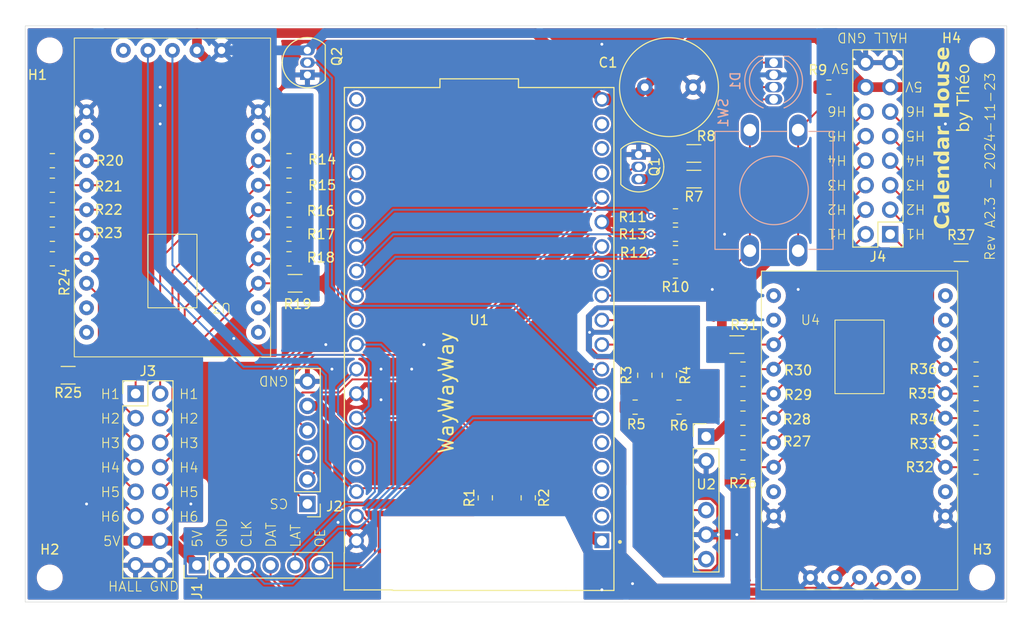
<source format=kicad_pcb>
(kicad_pcb (version 20240108) (generator "pcbnew") (generator_version "8.0")
  (title_block (title "Calendar House") (date "2024-11-23") (rev "A2.3") (company "Tehoor Marjan"))
  (layers (0 "F.Cu" signal) (31 "B.Cu" signal) (34 "B.Paste" user) (35 "F.Paste" user) (36 "B.SilkS" user "B.Silkscreen") (37 "F.SilkS" user "F.Silkscreen") (38 "B.Mask" user) (39 "F.Mask" user) (44 "Edge.Cuts" user))
  (net 0 "")
  (net 1 "GND")
  (net 2 "+5V")
  (net 3 "/S LED G")
  (net 4 "/S LED B")
  (net 5 "/S LED R")
  (net 6 "VSPI SCLK")
  (net 7 "VSPI MOSI")
  (net 8 "LED EN")
  (net 9 "VSPI CS")
  (net 10 "HSPI CLK")
  (net 11 "HSPI CS")
  (net 12 "HSPI MOSI")
  (net 13 "HSPI MISO")
  (net 14 "+3.3V")
  (net 15 "Net-(J3-Pin_12)")
  (net 16 "Net-(J3-Pin_8)")
  (net 17 "Net-(J3-Pin_11)")
  (net 18 "HALL GND")
  (net 19 "Net-(J3-Pin_7)")
  (net 20 "Net-(J3-Pin_6)")
  (net 21 "Net-(J3-Pin_10)")
  (net 22 "Net-(J3-Pin_1)")
  (net 23 "Net-(J3-Pin_3)")
  (net 24 "Net-(J3-Pin_9)")
  (net 25 "Net-(J3-Pin_4)")
  (net 26 "Net-(J3-Pin_2)")
  (net 27 "Net-(J3-Pin_5)")
  (net 28 "Net-(J4-Pin_6)")
  (net 29 "Net-(J4-Pin_8)")
  (net 30 "Net-(J4-Pin_12)")
  (net 31 "Net-(J4-Pin_5)")
  (net 32 "Net-(J4-Pin_4)")
  (net 33 "Net-(J4-Pin_2)")
  (net 34 "Net-(J4-Pin_1)")
  (net 35 "Net-(J4-Pin_11)")
  (net 36 "Net-(J4-Pin_9)")
  (net 37 "Net-(J4-Pin_7)")
  (net 38 "Net-(J4-Pin_10)")
  (net 39 "Net-(J4-Pin_3)")
  (net 40 "PWR KEEPAL")
  (net 41 "/LD KAL")
  (net 42 "HALL EN")
  (net 43 "I2C SCL")
  (net 44 "I2C SDA")
  (net 45 "/DAC R IN")
  (net 46 "DAC R")
  (net 47 "DAC L")
  (net 48 "/DAC L IN")
  (net 49 "BTN IN")
  (net 50 "LED R")
  (net 51 "LED G")
  (net 52 "LED B")
  (net 82 "/S BTN")
  (footprint "Resistor_SMD:R_0805_2012Metric_Pad1.20x1.40mm_HandSolder" (layer "F.Cu") (at 77.305 74.13)
    (property "Reference" "R18")
    (property "Value" "10K")
  )
  (footprint "Resistor_SMD:R_0805_2012Metric_Pad1.20x1.40mm_HandSolder" (layer "F.Cu") (at 52.81 63.97 180)
    (property "Reference" "R20")
    (property "Value" "10K")
  )
  (footprint "Resistor_SMD:R_0805_2012Metric_Pad1.20x1.40mm_HandSolder" (layer "F.Cu") (at 52.81 66.51 180)
    (property "Reference" "R21")
    (property "Value" "10K")
  )
  (footprint "Resistor_SMD:R_0805_2012Metric_Pad1.20x1.40mm_HandSolder" (layer "F.Cu") (at 116.675 86.195 -90)
    (property "Reference" "R4")
    (property "Value" "22K")
  )
  (footprint "MountingHole:MountingHole_2.2mm_M2_DIN965" (layer "F.Cu") (at 52.54 52.54)
    (property "Reference" "H1")
    (property "Value" "MountingHole")
  )
  (footprint "Connector_PinHeader_2.54mm:PinHeader_1x06_P2.54mm_Vertical" (layer "F.Cu") (at 79.21 99.53 180)
    (property "Reference" "J2")
    (property "Value" "Conn_1x6_SD_CARD")
  )
  (footprint "Resistor_SMD:R_0805_2012Metric_Pad1.20x1.40mm_HandSolder" (layer "F.Cu") (at 117.31 71.59)
    (property "Reference" "R13")
    (property "Value" "68")
  )
  (footprint "Resistor_SMD:R_0805_2012Metric_Pad1.20x1.40mm_HandSolder" (layer "F.Cu") (at 117.31 73.495)
    (property "Reference" "R12")
    (property "Value" "220")
  )
  (footprint "Resistor_SMD:R_0805_2012Metric_Pad1.20x1.40mm_HandSolder" (layer "F.Cu") (at 124.295 88.1 180)
    (property "Reference" "R29")
    (property "Value" "10K")
  )
  (footprint "Resistor_SMD:R_0805_2012Metric_Pad1.20x1.40mm_HandSolder" (layer "F.Cu") (at 124.295 85.56 180)
    (property "Reference" "R30")
    (property "Value" "10K")
  )
  (footprint "Connector_PinHeader_2.54mm:PinHeader_1x06_P2.54mm_Vertical" (layer "F.Cu") (at 67.78 105.88 90)
    (property "Reference" "J1")
    (property "Value" "Conn_1x6_LED_MOD")
  )
  (footprint "Resistor_SMD:R_0805_2012Metric_Pad1.20x1.40mm_HandSolder" (layer "F.Cu") (at 148.425 93.18)
    (property "Reference" "R33")
    (property "Value" "10K")
  )
  (footprint "MountingHole:MountingHole_2.2mm_M2_DIN965" (layer "F.Cu") (at 149.06 52.54)
    (property "Reference" "H4")
    (property "Value" "MountingHole")
  )
  (footprint "Resistor_SMD:R_0805_2012Metric_Pad1.20x1.40mm_HandSolder" (layer "F.Cu") (at 148.425 90.64)
    (property "Reference" "R34")
    (property "Value" "10K")
  )
  (footprint "Resistor_SMD:R_1206_3216Metric_Pad1.30x1.75mm_HandSolder" (layer "F.Cu") (at 77.94 76.67)
    (property "Reference" "R19")
    (property "Value" "10K")
  )
  (footprint "Resistor_SMD:R_0805_2012Metric_Pad1.20x1.40mm_HandSolder" (layer "F.Cu") (at 124.295 90.64 180)
    (property "Reference" "R28")
    (property "Value" "10K")
  )
  (footprint "Connector_PinHeader_2.54mm:PinHeader_2x08_P2.54mm_Vertical" (layer "F.Cu") (at 139.535 71.59 180)
    (property "Reference" "J4")
    (property "Value" "Conn_02x08_Odd_Even")
  )
  (footprint "Resistor_SMD:R_1206_3216Metric_Pad1.30x1.75mm_HandSolder" (layer "F.Cu") (at 123.66 83.02 180)
    (property "Reference" "R31")
    (property "Value" "10K")
  )
  (footprint "Capacitor_THT:C_Radial_D10.0mm_H12.5mm_P5.00mm" (layer "F.Cu") (at 114.135 56.35)
    (property "Reference" "C1")
    (property "Value" "1m")
  )
  (footprint "Resistor_SMD:R_0805_2012Metric_Pad1.20x1.40mm_HandSolder" (layer "F.Cu") (at 77.305 71.59)
    (property "Reference" "R17")
    (property "Value" "10K")
  )
  (footprint "Resistor_SMD:R_1206_3216Metric_Pad1.30x1.75mm_HandSolder" (layer "F.Cu") (at 146.875 73.495)
    (property "Reference" "R37")
    (property "Value" "10K")
  )
  (footprint "Resistor_SMD:R_0805_2012Metric_Pad1.20x1.40mm_HandSolder" (layer "F.Cu") (at 52.81 69.05 180)
    (property "Reference" "R22")
    (property "Value" "10K")
  )
  (footprint "Resistor_SMD:R_1206_3216Metric_Pad1.30x1.75mm_HandSolder" (layer "F.Cu") (at 119.215 63.22 180)
    (property "Reference" "R8")
    (property "Value" "100")
  )
  (footprint "Resistor_SMD:R_0805_2012Metric_Pad1.20x1.40mm_HandSolder" (layer "F.Cu") (at 124.295 93.18 180)
    (property "Reference" "R27")
    (property "Value" "10K")
  )
  (footprint "Resistor_SMD:R_0805_2012Metric_Pad1.20x1.40mm_HandSolder" (layer "F.Cu") (at 124.295 95.72 180)
    (property "Reference" "R26")
    (property "Value" "10K")
  )
  (footprint "Resistor_SMD:R_1206_3216Metric_Pad1.30x1.75mm_HandSolder" (layer "F.Cu") (at 119.215 65.875 180)
    (property "Reference" "R7")
    (property "Value" "100")
  )
  (footprint "Resistor_SMD:R_0805_2012Metric_Pad1.20x1.40mm_HandSolder" (layer "F.Cu") (at 117.675 89.497)
    (property "Reference" "R6")
    (property "Value" "4.7K")
  )
  (footprint "Resistor_SMD:R_0805_2012Metric_Pad1.20x1.40mm_HandSolder" (layer "F.Cu") (at 148.425 85.56)
    (property "Reference" "R36")
    (property "Value" "10K")
  )
  (footprint "Package_TO_SOT_THT:TO-92_Inline" (layer "F.Cu") (at 79.21 55.08 90)
    (property "Reference" "Q2")
    (property "Value" "2N7000")
  )
  (footprint "Kicad:MODULE_DEVKIT_V1_ESP32-WROOM-32" (layer "F.Cu") (at 96.99 80.49 180)
    (property "Reference" "U1")
    (property "Value" "DEVKIT_V1_ESP32-WROOM-32")
  )
  (footprint "Connector_PinHeader_2.54mm:PinHeader_2x08_P2.54mm_Vertical" (layer "F.Cu") (at 61.43 88.1)
    (property "Reference" "J3")
    (property "Value" "Conn_02x08_Odd_Even")
  )
  (footprint "Resistor_SMD:R_0805_2012Metric_Pad1.20x1.40mm_HandSolder" (layer "F.Cu") (at 97.625 98.895 90)
    (property "Reference" "R1")
    (property "Value" "2.2k")
  )
  (footprint "Resistor_SMD:R_0805_2012Metric_Pad1.20x1.40mm_HandSolder" (layer "F.Cu") (at 117.31 69.685)
    (property "Reference" "R11")
    (property "Value" "100")
  )
  (footprint "Resistor_SMD:R_1206_3216Metric_Pad1.30x1.75mm_HandSolder" (layer "F.Cu") (at 54.445 86.195 180)
    (property "Reference" "R25")
    (property "Value" "10K")
  )
  (footprint "Kicad:Mini PAM8403 Module OnlyInput" (layer "F.Cu") (at 120.485 92.545)
    (property "Reference" "U2")
    (property "Value" "AZPAM8403")
  )
  (footprint "Resistor_SMD:R_0805_2012Metric_Pad1.20x1.40mm_HandSolder" (layer "F.Cu") (at 52.81 71.59 180)
    (property "Reference" "R23")
    (property "Value" "10K")
  )
  (footprint "Resistor_SMD:R_0805_2012Metric_Pad1.20x1.40mm_HandSolder" (layer "F.Cu") (at 52.81 74.13 180)
    (property "Reference" "R24")
    (property "Value" "10K")
  )
  (footprint "MountingHole:MountingHole_2.2mm_M2_DIN965" (layer "F.Cu") (at 52.54 107.15)
    (property "Reference" "H2")
    (property "Value" "MountingHole")
  )
  (footprint "Resistor_SMD:R_0805_2012Metric_Pad1.20x1.40mm_HandSolder" (layer "F.Cu") (at 133.185 56.35 180)
    (property "Reference" "R9")
    (property "Value" "1K")
  )
  (footprint "Package_TO_SOT_THT:TO-92_Inline" (layer "F.Cu") (at 113.5 63.335 -90)
    (property "Reference" "Q1")
    (property "Value" "2N7000")
  )
  (footprint "Resistor_SMD:R_0805_2012Metric_Pad1.20x1.40mm_HandSolder" (layer "F.Cu") (at 117.31 75.4 180)
    (property "Reference" "R10")
    (property "Value" "1.5K")
  )
  (footprint "Resistor_SMD:R_0805_2012Metric_Pad1.20x1.40mm_HandSolder" (layer "F.Cu") (at 77.305 63.97)
    (property "Reference" "R14")
    (property "Value" "10K")
  )
  (footprint "Resistor_SMD:R_0805_2012Metric_Pad1.20x1.40mm_HandSolder" (layer "F.Cu") (at 148.425 88.1)
    (property "Reference" "R35")
    (property "Value" "10K")
  )
  (footprint "Resistor_SMD:R_0805_2012Metric_Pad1.20x1.40mm_HandSolder" (layer "F.Cu") (at 113.135 89.497 180)
    (property "Reference" "R5")
    (property "Value" "4.7K")
  )
  (footprint "Kicad:16-bit IO Expander" (layer "F.Cu") (at 124.93 75.4)
    (property "Reference" "U4")
    (property "Value" "ZKEESHOP_PCF8575_MOD")
  )
  (footprint "MountingHole:MountingHole_2.2mm_M2_DIN965" (layer "F.Cu") (at 149.06 107.15)
    (property "Reference" "H3")
    (property "Value" "MountingHole")
  )
  (footprint "Resistor_SMD:R_0805_2012Metric_Pad1.20x1.40mm_HandSolder" (layer "F.Cu") (at 77.305 66.51)
    (property "Reference" "R15")
    (property "Value" "10K")
  )
  (footprint "Resistor_SMD:R_0805_2012Metric_Pad1.20x1.40mm_HandSolder" (layer "F.Cu") (at 148.425 95.72)
    (property "Reference" "R32")
    (property "Value" "10K")
  )
  (footprint "Kicad:16-bit IO Expander" (layer "F.Cu") (at 76.67 84.29 180)
    (property "Reference" "U3")
    (property "Value" "ZKEESHOP_PCF8575_MOD")
  )
  (footprint "Resistor_SMD:R_0805_2012Metric_Pad1.20x1.40mm_HandSolder" (layer "F.Cu") (at 77.305 69.08)
    (property "Reference" "R16")
    (property "Value" "10K")
  )
  (footprint "Resistor_SMD:R_0805_2012Metric_Pad1.20x1.40mm_HandSolder" (layer "F.Cu") (at 114.135 86.195 -90)
    (property "Reference" "R3")
    (property "Value" "22K")
  )
  (footprint "Resistor_SMD:R_0805_2012Metric_Pad1.20x1.40mm_HandSolder" (layer "F.Cu") (at 102.07 98.895 90)
    (property "Reference" "R2")
    (property "Value" "2.2k")
  )
  (footprint "Button_Switch_THT:SW_PUSH-12mm" (layer "B.Cu") (at 125.01 60.795 -90)
    (property "Reference" "SW1")
    (property "Value" "SW_Push")
  )
  (footprint "LED_THT:LED_D5.0mm-4_RGB" (layer "B.Cu") (at 127.47 53.81 -90)
    (property "Reference" "D1")
    (property "Value" "LED_RKBG")
  )
  (gr_rect (start 50 50) (end 151.6 109.69) (stroke (width 0.0508)) (fill none) (layer "Edge.Cuts"))
  (gr_text "5V" (at 135.344 53.81 180) (layer "F.SilkS") (effects (font (size 1 1) (thickness 0.1)) (justify left bottom)))
  (gr_text "H5" (at 57.747 98.895 0) (layer "F.SilkS") (effects (font (size 1 1) (thickness 0.1)) (justify left bottom)))
  (gr_text "WayWayWay" (at 94.45 94.45 90) (layer "F.SilkS") (effects (font (size 1.5 1.5) (thickness 0.1875)) (justify left bottom)))
  (gr_text "5V" (at 142.964 55.715 180) (layer "F.SilkS") (effects (font (size 1 1) (thickness 0.1)) (justify left bottom)))
  (gr_text "DAT" (at 76.035 104.102 90) (layer "F.SilkS") (effects (font (size 1 1) (thickness 0.1)) (justify left bottom)))
  (gr_text "GND\n" (at 70.955 104.102 90) (layer "F.SilkS") (effects (font (size 1 1) (thickness 0.1)) (justify left bottom)))
  (gr_text "5V" (at 58.001 103.975 0) (layer "F.SilkS") (effects (font (size 1 1) (thickness 0.1)) (justify left bottom)))
  (gr_text "Rev A2.3 - 2024-11-23" (at 150.457 74.384 90) (layer "F.SilkS") (effects (font (size 1 1) (thickness 0.1)) (justify left bottom)))
  (gr_text "H4" (at 143.218 63.335 180) (layer "F.SilkS") (effects (font (size 1 1) (thickness 0.1)) (justify left bottom)))
  (gr_text "H3" (at 135.09 65.875 180) (layer "F.SilkS") (effects (font (size 1 1) (thickness 0.1)) (justify left bottom)))
  (gr_text "H6" (at 143.218 58.255 180) (layer "F.SilkS") (effects (font (size 1 1) (thickness 0.1)) (justify left bottom)))
  (gr_text "H3" (at 65.875 93.815 0) (layer "F.SilkS") (effects (font (size 1 1) (thickness 0.1)) (justify left bottom)))
  (gr_text "Calendar House" (at 145.885 71.082 90) (layer "F.SilkS") (effects (font (size 1.524 1.524) (thickness 0.2) (bold yes)) (justify left bottom)))
  (gr_text "H1" (at 65.875 88.735 0) (layer "F.SilkS") (effects (font (size 1 1) (thickness 0.1)) (justify left bottom)))
  (gr_text "H6" (at 135.09 58.255 180) (layer "F.SilkS") (effects (font (size 1 1) (thickness 0.1)) (justify left bottom)))
  (gr_text "H2" (at 135.09 68.415 180) (layer "F.SilkS") (effects (font (size 1 1) (thickness 0.1)) (justify left bottom)))
  (gr_text "CLK" (at 73.495 104.102 90) (layer "F.SilkS") (effects (font (size 1 1) (thickness 0.1)) (justify left bottom)))
  (gr_text "H1" (at 57.747 88.735 0) (layer "F.SilkS") (effects (font (size 1 1) (thickness 0.1)) (justify left bottom)))
  (gr_text "by Théo" (at 147.917 61.049 90) (layer "F.SilkS") (effects (font (size 1.27 1.27) (thickness 0.1)) (justify left bottom)))
  (gr_text "H1" (at 143.218 70.955 180) (layer "F.SilkS") (effects (font (size 1 1) (thickness 0.1)) (justify left bottom)))
  (gr_text "5V" (at 68.415 104.102 90) (layer "F.SilkS") (effects (font (size 1 1) (thickness 0.1)) (justify left bottom)))
  (gr_text "OE" (at 81.115 104.102 90) (layer "F.SilkS") (effects (font (size 1 1) (thickness 0.1)) (justify left bottom)))
  (gr_text "H5" (at 65.875 98.895 0) (layer "F.SilkS") (effects (font (size 1 1) (thickness 0.1)) (justify left bottom)))
  (gr_text "CS" (at 77.305 98.895 180) (layer "F.SilkS") (effects (font (size 1 1) (thickness 0.1)) (justify left bottom)))
  (gr_text "H4" (at 135.09 63.335 180) (layer "F.SilkS") (effects (font (size 1 1) (thickness 0.1)) (justify left bottom)))
  (gr_text "GND" (at 77.305 86.195 180) (layer "F.SilkS") (effects (font (size 1 1) (thickness 0.1)) (justify left bottom)))
  (gr_text "HALL GND" (at 141.44 50.635 180) (layer "F.SilkS") (effects (font (size 1 1) (thickness 0.1)) (justify left bottom)))
  (gr_text "H4" (at 57.747 96.355 0) (layer "F.SilkS") (effects (font (size 1 1) (thickness 0.1)) (justify left bottom)))
  (gr_text "H5" (at 135.09 60.795 180) (layer "F.SilkS") (effects (font (size 1 1) (thickness 0.1)) (justify left bottom)))
  (gr_text "H6" (at 57.747 101.435 0) (layer "F.SilkS") (effects (font (size 1 1) (thickness 0.1)) (justify left bottom)))
  (gr_text "H2" (at 57.747 91.275 0) (layer "F.SilkS") (effects (font (size 1 1) (thickness 0.1)) (justify left bottom)))
  (gr_text "H3" (at 57.747 93.815 0) (layer "F.SilkS") (effects (font (size 1 1) (thickness 0.1)) (justify left bottom)))
  (gr_text "H6" (at 65.875 101.435 0) (layer "F.SilkS") (effects (font (size 1 1) (thickness 0.1)) (justify left bottom)))
  (gr_text "HALL GND" (at 58.509 108.674 0) (layer "F.SilkS") (effects (font (size 1 1) (thickness 0.1)) (justify left bottom)))
  (gr_text "H2" (at 65.875 91.275 0) (layer "F.SilkS") (effects (font (size 1 1) (thickness 0.1)) (justify left bottom)))
  (gr_text "H2" (at 143.218 68.415 180) (layer "F.SilkS") (effects (font (size 1 1) (thickness 0.1)) (justify left bottom)))
  (gr_text "LAT" (at 78.575 104.102 90) (layer "F.SilkS") (effects (font (size 1 1) (thickness 0.1)) (justify left bottom)))
  (gr_text "H5" (at 143.218 60.795 180) (layer "F.SilkS") (effects (font (size 1 1) (thickness 0.1)) (justify left bottom)))
  (gr_text "H1" (at 135.09 70.955 180) (layer "F.SilkS") (effects (font (size 1 1) (thickness 0.1)) (justify left bottom)))
  (gr_text "H4" (at 65.875 96.355 0) (layer "F.SilkS") (effects (font (size 1 1) (thickness 0.1)) (justify left bottom)))
  (gr_text "H3" (at 143.218 65.875 180) (layer "F.SilkS") (effects (font (size 1 1) (thickness 0.1)) (justify left bottom)))
  (segment (start 112.865 72.225) (end 110.96 70.32) (width 1) (layer "F.Cu") (net 1))
  (segment (start 115.405 83.655) (end 113.5 81.75) (width 0.5) (layer "F.Cu") (net 1))
  (segment (start 121.09 106.545) (end 121.785 105.85) (width 0.5) (layer "F.Cu") (net 1))
  (segment (start 121.755 102.705) (end 123.66 102.705) (width 1) (layer "F.Cu") (net 1))
  (segment (start 116.31 75.4) (end 114.135 75.4) (width 1) (layer "F.Cu") (net 1))
  (segment (start 108.42 81.75) (end 108.42 83.46827) (width 0.5) (layer "F.Cu") (net 1))
  (segment (start 119.85 102.705) (end 116.675 102.705) (width 0.5) (layer "F.Cu") (net 1))
  (segment (start 109.24173 79.21) (end 114.135 79.21) (width 0.5) (layer "F.Cu") (net 1))
  (segment (start 108.42 81.75) (end 108.42 80.03173) (width 0.5) (layer "F.Cu") (net 1))
  (segment (start 121.785 105.85) (end 121.785 102.735) (width 0.5) (layer "F.Cu") (net 1))
  (segment (start 112.135 91.815) (end 113.5 93.18) (width 0.5) (layer "F.Cu") (net 1))
  (segment (start 116.675 102.705) (end 115.405 101.435) (width 0.5) (layer "F.Cu") (net 1))
  (segment (start 109.24173 84.29) (end 110.96 84.29) (width 0.5) (layer "F.Cu") (net 1))
  (segment (start 120.485 102.705) (end 121.755 102.705) (width 1) (layer "F.Cu") (net 1))
  (segment (start 112.135 89.497) (end 112.135 91.815) (width 0.5) (layer "F.Cu") (net 1))
  (segment (start 121.785 99.626522) (end 121.785 102.675) (width 0.5) (layer "F.Cu") (net 1))
  (segment (start 121.023478 98.865) (end 121.785 99.626522) (width 0.5) (layer "F.Cu") (net 1))
  (segment (start 108.42 83.46827) (end 109.24173 84.29) (width 0.5) (layer "F.Cu") (net 1))
  (segment (start 110.96 84.29) (end 112.135 85.465) (width 0.5) (layer "F.Cu") (net 1))
  (segment (start 108.42 80.03173) (end 109.24173 79.21) (width 0.5) (layer "F.Cu") (net 1))
  (segment (start 118.675 83.75) (end 118.675 89.497) (width 0.5) (layer "F.Cu") (net 1))
  (segment (start 118.675 89.497) (end 117.945 90.227) (width 0.5) (layer "F.Cu") (net 1))
  (segment (start 117.945 90.227) (end 117.945 97.625) (width 0.5) (layer "F.Cu") (net 1))
  (segment (start 112.135 85.465) (end 112.135 89.497) (width 0.5) (layer "F.Cu") (net 1))
  (segment (start 121.785 102.675) (end 121.755 102.705) (width 0.5) (layer "F.Cu") (net 1))
  (segment (start 121.785 102.735) (end 121.755 102.705) (width 0.5) (layer "F.Cu") (net 1))
  (segment (start 110.96 70.32) (end 109.69 70.32) (width 1) (layer "F.Cu") (net 1))
  (segment (start 112.865 74.13) (end 112.865 72.225) (width 1) (layer "F.Cu") (net 1))
  (segment (start 119.215 98.895) (end 119.245 98.865) (width 0.5) (layer "F.Cu") (net 1))
  (segment (start 114.135 79.21) (end 118.675 83.75) (width 0.5) (layer "F.Cu") (net 1))
  (segment (start 116.07 106.545) (end 121.09 106.545) (width 0.5) (layer "F.Cu") (net 1))
  (segment (start 115.405 101.435) (end 115.405 83.655) (width 0.5) (layer "F.Cu") (net 1))
  (segment (start 113.5 103.975) (end 116.07 106.545) (width 0.5) (layer "F.Cu") (net 1))
  (segment (start 114.135 75.4) (end 112.865 74.13) (width 1) (layer "F.Cu") (net 1))
  (segment (start 113.5 81.75) (end 108.42 81.75) (width 0.5) (layer "F.Cu") (net 1))
  (segment (start 119.245 98.865) (end 121.023478 98.865) (width 0.5) (layer "F.Cu") (net 1))
  (segment (start 113.5 93.18) (end 113.5 103.975) (width 0.5) (layer "F.Cu") (net 1))
  (segment (start 117.945 97.625) (end 119.215 98.895) (width 0.5) (layer "F.Cu") (net 1))
  (via (at 121.12 77.305) (size 0.6) (drill 0.3) (layers "F.Cu" "B.Cu") (net 1))
  (via (at 109.69 108.42) (size 0.6) (drill 0.3) (layers "F.Cu" "B.Cu") (net 1))
  (via (at 82.385 101.435) (size 0.6) (drill 0.3) (layers "F.Cu" "B.Cu") (net 1))
  (via (at 123.66 102.705) (size 0.6) (drill 0.3) (layers "F.Cu" "B.Cu") (net 1))
  (via (at 86.83 85.56) (size 0.6) (drill 0.3) (layers "F.Cu" "B.Cu") (net 1))
  (via (at 90.005 85.56) (size 0.6) (drill 0.3) (layers "F.Cu" "B.Cu") (net 1))
  (via (at 81.115 83.02) (size 0.6) (drill 0.3) (layers "F.Cu" "B.Cu") (net 1))
  (via (at 122.39 71.59) (size 0.6) (drill 0.3) (layers "F.Cu" "B.Cu") (net 1))
  (via (at 121.755 102.705) (size 0.6) (drill 0.3) (layers "F.Cu" "B.Cu") (net 1))
  (via (at 91.275 83.02) (size 0.6) (drill 0.3) (layers "F.Cu" "B.Cu") (net 1))
  (via (at 112.865 107.785) (size 0.6) (drill 0.3) (layers "F.Cu" "B.Cu") (net 1))
  (via (at 86.83 88.735) (size 0.6) (drill 0.3) (layers "F.Cu" "B.Cu") (net 1))
  (via (at 108.42 81.75) (size 0.6) (drill 0.3) (layers "F.Cu" "B.Cu") (net 1))
  (via (at 109.69 51.905) (size 0.6) (drill 0.3) (layers "F.Cu" "B.Cu") (net 1))
  (via (at 81.75 85.56) (size 0.6) (drill 0.3) (layers "F.Cu" "B.Cu") (net 1))
  (segment (start 108.42 83.655) (end 108.42 82.385) (width 0.5) (layer "B.Cu") (net 1))
  (segment (start 111.595 79.845) (end 111.595 81.75) (width 0.5) (layer "B.Cu") (net 1))
  (segment (start 109 84.235) (end 108.42 83.655) (width 0.5) (layer "B.Cu") (net 1))
  (segment (start 108.42 81.115) (end 108.42 80.03173) (width 0.5) (layer "B.Cu") (net 1))
  (segment (start 111.595 83.655) (end 111.015 84.235) (width 0.5) (layer "B.Cu") (net 1))
  (segment (start 111.595 81.75) (end 111.595 83.655) (width 0.5) (layer "B.Cu") (net 1))
  (segment (start 110.96 79.21) (end 111.595 79.845) (width 0.5) (layer "B.Cu") (net 1))
  (segment (start 109.24173 79.21) (end 110.96 79.21) (width 0.5) (layer "B.Cu") (net 1))
  (segment (start 111.595 81.75) (end 108.42 81.75) (width 0.5) (layer "B.Cu") (net 1))
  (segment (start 108.42 80.03173) (end 109.24173 79.21) (width 0.5) (layer "B.Cu") (net 1))
  (segment (start 111.015 84.235) (end 109 84.235) (width 0.5) (layer "B.Cu") (net 1))
  (segment (start 78.305 69.08) (end 78.305 66.51) (width 1) (layer "F.Cu") (net 2))
  (segment (start 120.765 65.875) (end 120.765 63.22) (width 1) (layer "F.Cu") (net 2))
  (segment (start 58.255 50.75) (end 51.81 57.195) (width 1) (layer "F.Cu") (net 2))
  (segment (start 149.425 99.56379) (end 149.425 95.72) (width 1) (layer "F.Cu") (net 2))
  (segment (start 122.136 83.02) (end 123.295 84.179) (width 1) (layer "F.Cu") (net 2))
  (segment (start 120.485 92.545) (end 121.39 92.545) (width 1) (layer "F.Cu") (net 2))
  (segment (start 128.36 59.27) (end 129.375 58.255) (width 1) (layer "F.Cu") (net 2))
  (segment (start 52.895 78.295) (end 51.81 77.21) (width 1) (layer "F.Cu") (net 2))
  (segment (start 63.97 103.34) (end 65.24 103.34) (width 1) (layer "F.Cu") (net 2))
  (segment (start 114.135 56.35) (end 119.215 51.27) (width 1) (layer "F.Cu") (net 2))
  (segment (start 75.146 56.731) (end 78.305 59.89) (width 1) (layer "F.Cu") (net 2))
  (segment (start 149.425 85.56) (end 149.425 84.02) (width 1) (layer "F.Cu") (net 2))
  (segment (start 149.425 84.02) (end 148.425 83.02) (width 1) (layer "F.Cu") (net 2))
  (segment (start 139.535 56.35) (end 145.885 56.35) (width 1) (layer "F.Cu") (net 2))
  (segment (start 109.69 57.62) (end 112.865 57.62) (width 1.2) (layer "F.Cu") (net 2))
  (segment (start 134.185 56.35) (end 136.995 56.35) (width 1) (layer "F.Cu") (net 2))
  (segment (start 123.295 84.179) (end 123.295 85.56) (width 1) (layer "F.Cu") (net 2))
  (segment (start 133.82 107.15) (end 137.63 103.34) (width 1) (layer "F.Cu") (net 2))
  (segment (start 123.295 95.72) (end 123.295 93.18) (width 1) (layer "F.Cu") (net 2))
  (segment (start 51.81 69.05) (end 51.81 71.59) (width 1) (layer "F.Cu") (net 2))
  (segment (start 129.375 51.27) (end 131.915 51.27) (width 1) (layer "F.Cu") (net 2))
  (segment (start 148.425 58.89) (end 148.425 73.495) (width 1) (layer "F.Cu") (net 2))
  (segment (start 52.895 86.195) (end 52.895 78.295) (width 1) (layer "F.Cu") (net 2))
  (segment (start 131.915 51.27) (end 136.995 56.35) (width 1) (layer "F.Cu") (net 2))
  (segment (start 137.63 103.34) (end 145.64879 103.34) (width 1) (layer "F.Cu") (net 2))
  (segment (start 61.43 103.34) (end 63.97 103.34) (width 1) (layer "F.Cu") (net 2))
  (segment (start 78.305 74.13) (end 78.305 71.59) (width 1) (layer "F.Cu") (net 2))
  (segment (start 67.78 52.54) (end 67.78 50.75) (width 1) (layer "F.Cu") (net 2))
  (segment (start 51.81 66.51) (end 51.81 69.05) (width 1) (layer "F.Cu") (net 2))
  (segment (start 52.895 86.195) (end 52.895 99.885) (width 1) (layer "F.Cu") (net 2))
  (segment (start 71.971 56.731) (end 75.146 56.731) (width 1) (layer "F.Cu") (net 2))
  (segment (start 128.36 72.928452) (end 128.36 59.27) (width 1) (layer "F.Cu") (net 2))
  (segment (start 148.425 83.02) (end 148.425 73.495) (width 1) (layer "F.Cu") (net 2))
  (segment (start 149.425 90.64) (end 149.425 93.18) (width 1) (layer "F.Cu") (net 2))
  (segment (start 52.895 99.885) (end 56.35 103.34) (width 1) (layer "F.Cu") (net 2))
  (segment (start 65.24 103.34) (end 67.78 105.88) (width 1) (layer "F.Cu") (net 2))
  (segment (start 51.81 63.97) (end 51.81 66.51) (width 1) (layer "F.Cu") (net 2))
  (segment (start 123.295 88.1) (end 123.295 90.64) (width 1) (layer "F.Cu") (net 2))
  (segment (start 123.295 93.18) (end 123.295 90.64) (width 1) (layer "F.Cu") (net 2))
  (segment (start 149.425 85.56) (end 149.425 88.1) (width 1) (layer "F.Cu") (net 2))
  (segment (start 122.11 83.02) (end 122.11 79.178452) (width 1) (layer "F.Cu") (net 2))
  (segment (start 51.81 71.59) (end 51.81 74.13) (width 1) (layer "F.Cu") (net 2))
  (segment (start 67.78 52.54) (end 71.971 56.731) (width 1) (layer "F.Cu") (net 2))
  (segment (start 51.81 57.195) (end 51.81 63.97) (width 1) (layer "F.Cu") (net 2))
  (segment (start 136.995 56.35) (end 139.535 56.35) (width 1) (layer "F.Cu") (net 2))
  (segment (start 119.215 51.27) (end 129.375 51.27) (width 1) (layer "F.Cu") (net 2))
  (segment (start 78.305 75.485) (end 79.49 76.67) (width 1) (layer "F.Cu") (net 2))
  (segment (start 56.35 103.34) (end 61.43 103.34) (width 1) (layer "F.Cu") (net 2))
  (segment (start 51.81 77.21) (end 51.81 74.13) (width 1) (layer "F.Cu") (net 2))
  (segment (start 145.64879 103.34) (end 149.425 99.56379) (width 1) (layer "F.Cu") (net 2))
  (segment (start 67.78 50.75) (end 58.255 50.75) (width 1) (layer "F.Cu") (net 2))
  (segment (start 122.11 79.178452) (end 128.36 72.928452) (width 1) (layer "F.Cu") (net 2))
  (segment (start 112.865 57.62) (end 114.135 56.35) (width 1.2) (layer "F.Cu") (net 2))
  (segment (start 149.425 93.18) (end 149.425 95.72) (width 1) (layer "F.Cu") (net 2))
  (segment (start 129.375 58.255) (end 129.375 51.27) (width 1) (layer "F.Cu") (net 2))
  (segment (start 121.39 92.545) (end 123.295 90.64) (width 1) (layer "F.Cu") (net 2))
  (segment (start 78.305 63.97) (end 78.305 66.51) (width 1) (layer "F.Cu") (net 2))
  (segment (start 102.82 50.75) (end 109.69 57.62) (width 1) (layer "F.Cu") (net 2))
  (segment (start 145.885 56.35) (end 148.425 58.89) (width 1) (layer "F.Cu") (net 2))
  (segment (start 78.305 74.13) (end 78.305 75.485) (width 1) (layer "F.Cu") (net 2))
  (segment (start 67.78 50.75) (end 102.82 50.75) (width 1) (layer "F.Cu") (net 2))
  (segment (start 78.305 59.89) (end 78.305 63.97) (width 1) (layer "F.Cu") (net 2))
  (segment (start 78.305 71.59) (end 78.305 69.08) (width 1) (layer "F.Cu") (net 2))
  (segment (start 114.135 56.35) (end 120.765 62.98) (width 1) (layer "F.Cu") (net 2))
  (segment (start 149.425 88.1) (end 149.425 90.64) (width 1) (layer "F.Cu") (net 2))
  (segment (start 123.295 85.56) (end 123.295 88.1) (width 1) (layer "F.Cu") (net 2))
  (segment (start 124.295 57.62) (end 127.47 57.62) (width 0.2) (layer "F.Cu") (net 3))
  (segment (start 118.31 73.495) (end 123.025 68.78) (width 0.2) (layer "F.Cu") (net 3))
  (segment (start 123.025 58.89) (end 124.295 57.62) (width 0.2) (layer "F.Cu") (net 3))
  (segment (start 123.025 68.78) (end 123.025 58.89) (width 0.2) (layer "F.Cu") (net 3))
  (segment (start 123.66 56.35) (end 127.47 56.35) (width 0.2) (layer "F.Cu") (net 4))
  (segment (start 122.39 57.62) (end 123.66 56.35) (width 0.2) (layer "F.Cu") (net 4))
  (segment (start 122.39 67.51) (end 122.39 57.62) (width 0.2) (layer "F.Cu") (net 4))
  (segment (start 118.31 71.59) (end 122.39 67.51) (width 0.2) (layer "F.Cu") (net 4))
  (segment (start 121.755 66.84) (end 121.755 55.715) (width 0.2) (layer "F.Cu") (net 5))
  (segment (start 118.91 69.685) (end 121.755 66.84) (width 0.2) (layer "F.Cu") (net 5))
  (segment (start 123.66 53.81) (end 127.47 53.81) (width 0.2) (layer "F.Cu") (net 5))
  (segment (start 121.755 55.715) (end 123.66 53.81) (width 0.2) (layer "F.Cu") (net 5))
  (segment (start 118.31 69.685) (end 118.91 69.685) (width 0.2) (layer "F.Cu") (net 5))
  (segment (start 86.83 83.02) (end 84.29 83.02) (width 0.2) (layer "B.Cu") (net 6))
  (segment (start 82.423654 102.07) (end 84.526138 102.07) (width 0.2) (layer "B.Cu") (net 6))
  (segment (start 79.21 106.236346) (end 79.21 105.283654) (width 0.2) (layer "B.Cu") (net 6))
  (segment (start 84.526138 102.07) (end 85.56 101.036138) (width 0.2) (layer "B.Cu") (net 6))
  (segment (start 85.56 100.153862) (end 88.1 97.613862) (width 0.2) (layer "B.Cu") (net 6))
  (segment (start 74.765 107.785) (end 77.661346 107.785) (width 0.2) (layer "B.Cu") (net 6))
  (segment (start 79.21 105.283654) (end 82.423654 102.07) (width 0.2) (layer "B.Cu") (net 6))
  (segment (start 72.86 105.88) (end 74.765 107.785) (width 0.2) (layer "B.Cu") (net 6))
  (segment (start 88.1 84.29) (end 86.83 83.02) (width 0.2) (layer "B.Cu") (net 6))
  (segment (start 77.661346 107.785) (end 79.21 106.236346) (width 0.2) (layer "B.Cu") (net 6))
  (segment (start 85.56 101.036138) (end 85.56 100.153862) (width 0.2) (layer "B.Cu") (net 6))
  (segment (start 88.1 97.613862) (end 88.1 84.29) (width 0.2) (layer "B.Cu") (net 6))
  (segment (start 82.385 108.42) (end 76.67 108.42) (width 0.2) (layer "F.Cu") (net 7))
  (segment (start 86.195 102.07) (end 86.195 104.61) (width 0.2) (layer "F.Cu") (net 7))
  (segment (start 86.195 104.61) (end 82.385 108.42) (width 0.2) (layer "F.Cu") (net 7))
  (segment (start 75.4 107.15) (end 75.4 105.88) (width 0.2) (layer "F.Cu") (net 7))
  (segment (start 76.67 108.42) (end 75.4 107.15) (width 0.2) (layer "F.Cu") (net 7))
  (segment (start 84.925 100.8) (end 86.195 102.07) (width 0.2) (layer "F.Cu") (net 7))
  (segment (start 84.925 105.88) (end 86.73 104.075) (width 0.2) (layer "B.Cu") (net 8))
  (segment (start 80.48 105.88) (end 84.925 105.88) (width 0.2) (layer "B.Cu") (net 8))
  (segment (start 86.73 104.075) (end 86.73 100.265) (width 0.2) (layer "B.Cu") (net 8))
  (segment (start 96.355 90.64) (end 109.69 90.64) (width 0.2) (layer "B.Cu") (net 8))
  (segment (start 86.73 100.265) (end 96.355 90.64) (width 0.2) (layer "B.Cu") (net 8))
  (segment (start 77.94 104.677919) (end 83.087919 99.53) (width 0.2) (layer "B.Cu") (net 9))
  (segment (start 84.925 91.91) (end 84.053862 91.91) (width 0.2) (layer "B.Cu") (net 9))
  (segment (start 82.385 87.465) (end 84.29 85.56) (width 0.2) (layer "B.Cu") (net 9))
  (segment (start 83.087919 99.53) (end 84.925 99.53) (width 0.2) (layer "B.Cu") (net 9))
  (segment (start 86.195 93.18) (end 84.925 91.91) (width 0.2) (layer "B.Cu") (net 9))
  (segment (start 82.385 90.241138) (end 82.385 87.465) (width 0.2) (layer "B.Cu") (net 9))
  (segment (start 77.94 105.88) (end 77.94 104.677919) (width 0.2) (layer "B.Cu") (net 9))
  (segment (start 86.195 98.26) (end 86.195 93.18) (width 0.2) (layer "B.Cu") (net 9))
  (segment (start 84.925 99.53) (end 86.195 98.26) (width 0.2) (layer "B.Cu") (net 9))
  (segment (start 84.053862 91.91) (end 82.385 90.241138) (width 0.2) (layer "B.Cu") (net 9))
  (segment (start 80.48 93.815) (end 79.845 93.18) (width 0.2) (layer "F.Cu") (net 10))
  (segment (start 79.923 84.085) (end 95.925 84.085) (width 0.2) (layer "F.Cu") (net 10))
  (segment (start 110.325 71.59) (end 111.595 72.86) (width 0.2) (layer "F.Cu") (net 10))
  (segment (start 111.595 74.765) (end 110.96 75.4) (width 0.2) (layer "F.Cu") (net 10))
  (segment (start 79.845 93.18) (end 78.575 93.18) (width 0.2) (layer "F.Cu") (net 10))
  (segment (start 76.67 91.275) (end 76.67 87.338) (width 0.2) (layer "F.Cu") (net 10))
  (segment (start 95.925 84.085) (end 108.42 71.59) (width 0.2) (layer "F.Cu") (net 10))
  (segment (start 111.595 72.86) (end 111.595 74.765) (width 0.2) (layer "F.Cu") (net 10))
  (segment (start 78.575 93.18) (end 76.67 91.275) (width 0.2) (layer "F.Cu") (net 10))
  (segment (start 108.42 71.59) (end 110.325 71.59) (width 0.2) (layer "F.Cu") (net 10))
  (segment (start 76.67 87.338) (end 79.923 84.085) (width 0.2) (layer "F.Cu") (net 10))
  (segment (start 110.96 75.4) (end 109.69 75.4) (width 0.2) (layer "F.Cu") (net 10))
  (segment (start 80.48 95.72) (end 80.48 93.815) (width 0.2) (layer "F.Cu") (net 10))
  (segment (start 79.21 96.99) (end 80.48 95.72) (width 0.2) (layer "F.Cu") (net 10))
  (segment (start 82.385 67.145) (end 84.29 65.24) (width 0.2) (layer "F.Cu") (net 11))
  (segment (start 75 86.595) (end 82.385 79.21) (width 0.2) (layer "F.Cu") (net 11))
  (segment (start 82.385 79.21) (end 82.385 67.145) (width 0.2) (layer "F.Cu") (net 11))
  (segment (start 75 95.32) (end 75 86.595) (width 0.2) (layer "F.Cu") (net 11))
  (segment (start 79.21 99.53) (end 75 95.32) (width 0.2) (layer "F.Cu") (net 11))
  (segment (start 95.72 81.75) (end 80.48 81.75) (width 0.2) (layer "F.Cu") (net 12))
  (segment (start 80.48 81.75) (end 75.4 86.83) (width 0.2) (layer "F.Cu") (net 12))
  (segment (start 109.69 67.78) (end 95.72 81.75) (width 0.2) (layer "F.Cu") (net 12))
  (segment (start 75.4 91.91) (end 77.94 94.45) (width 0.2) (layer "F.Cu") (net 12))
  (segment (start 77.94 94.45) (end 79.21 94.45) (width 0.2) (layer "F.Cu") (net 12))
  (segment (start 75.4 86.83) (end 75.4 91.91) (width 0.2) (layer "F.Cu") (net 12))
  (segment (start 78.06 88.615) (end 78.06 90.76) (width 0.2) (layer "F.Cu") (net 13))
  (segment (start 82.505 87.98) (end 78.695 87.98) (width 0.2) (layer "F.Cu") (net 13))
  (segment (start 95.925 86.625) (end 83.86 86.625) (width 0.2) (layer "F.Cu") (net 13))
  (segment (start 78.06 90.76) (end 79.21 91.91) (width 0.2) (layer "F.Cu") (net 13))
  (segment (start 109.69 72.86) (end 95.925 86.625) (width 0.2) (layer "F.Cu") (net 13))
  (segment (start 83.86 86.625) (end 82.505 87.98) (width 0.2) (layer "F.Cu") (net 13))
  (segment (start 78.695 87.98) (end 78.06 88.615) (width 0.2) (layer "F.Cu") (net 13))
  (segment (start 82.385 91.275) (end 82.385 98.895) (width 1) (layer "F.Cu") (net 14))
  (segment (start 96.355 99.53) (end 85.56 99.53) (width 1) (layer "F.Cu") (net 14))
  (segment (start 83.02 99.53) (end 85.56 99.53) (width 0.5) (layer "F.Cu") (net 14))
  (segment (start 102.07 99.895) (end 105.682108 99.895) (width 1) (layer "F.Cu") (net 14))
  (segment (start 79.21 89.37) (end 80.48 89.37) (width 1) (layer "F.Cu") (net 14))
  (segment (start 105.682108 99.895) (end 109.127108 103.34) (width 1) (layer "F.Cu") (net 14))
  (segment (start 96.72 99.895) (end 96.355 99.53) (width 1) (layer "F.Cu") (net 14))
  (segment (start 102.07 99.895) (end 97.625 99.895) (width 1) (layer "F.Cu") (net 14))
  (segment (start 97.625 99.895) (end 96.72 99.895) (width 1) (layer "F.Cu") (net 14))
  (segment (start 109.127108 103.34) (end 109.69 103.34) (width 1) (layer "F.Cu") (net 14))
  (segment (start 82.385 98.895) (end 83.02 99.53) (width 1) (layer "F.Cu") (net 14))
  (segment (start 80.48 89.37) (end 82.385 91.275) (width 1) (layer "F.Cu") (net 14))
  (segment (start 67.78 83.02) (end 74.13 76.67) (width 0.2) (layer "F.Cu") (net 15))
  (segment (start 67.78 96.99) (end 67.78 83.02) (width 0.2) (layer "F.Cu") (net 15))
  (segment (start 63.97 100.8) (end 67.78 96.99) (width 0.2) (layer "F.Cu") (net 15))
  (segment (start 74.13 76.67) (end 76.39 76.67) (width 0.2) (layer "F.Cu") (net 15))
  (segment (start 63.97 95.72) (end 66.51 93.18) (width 0.2) (layer "F.Cu") (net 16))
  (segment (start 66.51 93.18) (end 66.51 79.21) (width 0.2) (layer "F.Cu") (net 16))
  (segment (start 74.13 71.59) (end 76.305 71.59) (width 0.2) (layer "F.Cu") (net 16))
  (segment (start 66.51 79.21) (end 74.13 71.59) (width 0.2) (layer "F.Cu") (net 16))
  (segment (start 56.35 76.67) (end 57.62 77.94) (width 0.2) (layer "F.Cu") (net 17))
  (segment (start 57.62 77.94) (end 57.62 82.385) (width 0.2) (layer "F.Cu") (net 17))
  (segment (start 55.995 86.195) (end 55.995 95.365) (width 0.2) (layer "F.Cu") (net 17))
  (segment (start 55.995 95.365) (end 61.43 100.8) (width 0.2) (layer "F.Cu") (net 17))
  (segment (start 57.62 82.385) (end 55.995 84.01) (width 0.2) (layer "F.Cu") (net 17))
  (segment (start 55.995 84.01) (end 55.995 86.195) (width 0.2) (layer "F.Cu") (net 17))
  (via (at 63.97 58.255) (size 0.6) (drill 0.3) (layers "F.Cu" "B.Cu") (net 18))
  (via (at 130.01 77.305) (size 0.6) (drill 0.3) (layers "F.Cu" "B.Cu") (net 18))
  (via (at 71.59 82.385) (size 0.6) (drill 0.3) (layers "F.Cu" "B.Cu") (net 18))
  (via (at 63.97 56.35) (size 0.6) (drill 0.3) (layers "F.Cu" "B.Cu") (net 18))
  (via (at 63.97 60.16) (size 0.6) (drill 0.3) (layers "F.Cu" "B.Cu") (net 18))
  (via (at 67.145 99.53) (size 0.6) (drill 0.3) (layers "F.Cu" "B.Cu") (net 18))
  (via (at 145.25 60.16) (size 0.6) (drill 0.3) (layers "F.Cu" "B.Cu") (net 18))
  (via (at 56.35 99.53) (size 0.6) (drill 0.3) (layers "F.Cu" "B.Cu") (net 18))
  (segment (start 79.21 52.54) (end 81 50.75) (width 1) (layer "B.Cu") (net 18))
  (segment (start 79.21 52.54) (end 70.32 52.54) (width 1) (layer "B.Cu") (net 18))
  (segment (start 133.935 50.75) (end 136.995 53.81) (width 1) (layer "B.Cu") (net 18))
  (segment (start 81 50.75) (end 133.935 50.75) (width 1) (layer "B.Cu") (net 18))
  (segment (start 58.255 84.925) (end 58.255 92.545) (width 0.2) (layer "F.Cu") (net 19))
  (segment (start 58.255 92.545) (end 61.43 95.72) (width 0.2) (layer "F.Cu") (net 19))
  (segment (start 57.62 71.59) (end 56.35 71.59) (width 0.2) (layer "F.Cu") (net 19))
  (segment (start 57.62 71.59) (end 59.525 73.495) (width 0.2) (layer "F.Cu") (net 19))
  (segment (start 59.525 73.495) (end 59.525 83.655) (width 0.2) (layer "F.Cu") (net 19))
  (segment (start 59.525 83.655) (end 58.255 84.925) (width 0.2) (layer "F.Cu") (net 19))
  (segment (start 53.81 71.59) (end 56.35 71.59) (width 0.2) (layer "F.Cu") (net 19))
  (segment (start 65.875 77.305) (end 74.13 69.05) (width 0.2) (layer "F.Cu") (net 20))
  (segment (start 63.97 93.18) (end 65.875 91.275) (width 0.2) (layer "F.Cu") (net 20))
  (segment (start 74.765 69.05) (end 74.795 69.08) (width 0.2) (layer "F.Cu") (net 20))
  (segment (start 65.875 91.275) (end 65.875 77.305) (width 0.2) (layer "F.Cu") (net 20))
  (segment (start 74.795 69.08) (end 76.305 69.08) (width 0.2) (layer "F.Cu") (net 20))
  (segment (start 63.97 98.26) (end 67.145 95.085) (width 0.2) (layer "F.Cu") (net 21))
  (segment (start 67.145 95.085) (end 67.145 81.115) (width 0.2) (layer "F.Cu") (net 21))
  (segment (start 74.13 74.13) (end 76.305 74.13) (width 0.2) (layer "F.Cu") (net 21))
  (segment (start 67.145 81.115) (end 74.13 74.13) (width 0.2) (layer "F.Cu") (net 21))
  (segment (start 61.43 67.78) (end 61.43 88.1) (width 0.2) (layer "F.Cu") (net 22))
  (segment (start 57.62 63.97) (end 61.43 67.78) (width 0.2) (layer "F.Cu") (net 22))
  (segment (start 56.35 63.97) (end 57.62 63.97) (width 0.2) (layer "F.Cu") (net 22))
  (segment (start 53.81 63.97) (end 56.35 63.97) (width 0.2) (layer "F.Cu") (net 22))
  (segment (start 60.795 69.685) (end 60.795 84.925) (width 0.2) (layer "F.Cu") (net 23))
  (segment (start 53.81 66.51) (end 56.35 66.51) (width 0.2) (layer "F.Cu") (net 23))
  (segment (start 59.525 88.735) (end 61.43 90.64) (width 0.2) (layer "F.Cu") (net 23))
  (segment (start 60.795 84.925) (end 59.525 86.195) (width 0.2) (layer "F.Cu") (net 23))
  (segment (start 56.35 66.51) (end 57.62 66.51) (width 0.2) (layer "F.Cu") (net 23))
  (segment (start 59.525 86.195) (end 59.525 88.735) (width 0.2) (layer "F.Cu") (net 23))
  (segment (start 57.62 66.51) (end 60.795 69.685) (width 0.2) (layer "F.Cu") (net 23))
  (segment (start 58.89 82.385) (end 57.62 83.655) (width 0.2) (layer "F.Cu") (net 24))
  (segment (start 57.62 74.13) (end 58.89 75.4) (width 0.2) (layer "F.Cu") (net 24))
  (segment (start 57.62 74.13) (end 56.35 74.13) (width 0.2) (layer "F.Cu") (net 24))
  (segment (start 57.62 83.655) (end 57.62 94.45) (width 0.2) (layer "F.Cu") (net 24))
  (segment (start 57.62 94.45) (end 61.43 98.26) (width 0.2) (layer "F.Cu") (net 24))
  (segment (start 58.89 75.4) (end 58.89 82.385) (width 0.2) (layer "F.Cu") (net 24))
  (segment (start 53.81 74.13) (end 56.35 74.13) (width 0.2) (layer "F.Cu") (net 24))
  (segment (start 65.24 75.4) (end 74.13 66.51) (width 0.2) (layer "F.Cu") (net 25))
  (segment (start 65.24 89.37) (end 65.24 75.4) (width 0.2) (layer "F.Cu") (net 25))
  (segment (start 74.13 66.51) (end 76.305 66.51) (width 0.2) (layer "F.Cu") (net 25))
  (segment (start 63.97 90.64) (end 65.24 89.37) (width 0.2) (layer "F.Cu") (net 25))
  (segment (start 63.97 74.13) (end 74.13 63.97) (width 0.2) (layer "F.Cu") (net 26))
  (segment (start 74.13 63.97) (end 76.305 63.97) (width 0.2) (layer "F.Cu") (net 26))
  (segment (start 63.97 88.1) (end 63.97 74.13) (width 0.2) (layer "F.Cu") (net 26))
  (segment (start 60.16 71.59) (end 60.16 84.29) (width 0.2) (layer "F.Cu") (net 27))
  (segment (start 56.35 69.05) (end 57.62 69.05) (width 0.2) (layer "F.Cu") (net 27))
  (segment (start 58.89 90.64) (end 61.43 93.18) (width 0.2) (layer "F.Cu") (net 27))
  (segment (start 58.89 85.56) (end 58.89 90.64) (width 0.2) (layer "F.Cu") (net 27))
  (segment (start 53.81 69.05) (end 56.35 69.05) (width 0.2) (layer "F.Cu") (net 27))
  (segment (start 60.16 84.29) (end 58.89 85.56) (width 0.2) (layer "F.Cu") (net 27))
  (segment (start 57.62 69.05) (end 60.16 71.59) (width 0.2) (layer "F.Cu") (net 27))
  (segment (start 127.47 90.64) (end 134.455 83.655) (width 0.2) (layer "F.Cu") (net 28))
  (segment (start 127.47 90.64) (end 125.295 90.64) (width 0.2) (layer "F.Cu") (net 28))
  (segment (start 134.455 83.655) (end 134.455 69.05) (width 0.2) (layer "F.Cu") (net 28))
  (segment (start 134.455 69.05) (end 136.995 66.51) (width 0.2) (layer "F.Cu") (net 28))
  (segment (start 133.82 67.145) (end 136.995 63.97) (width 0.2) (layer "F.Cu") (net 29))
  (segment (start 127.47 88.1) (end 133.82 81.75) (width 0.2) (layer "F.Cu") (net 29))
  (segment (start 127.47 88.1) (end 125.295 88.1) (width 0.2) (layer "F.Cu") (net 29))
  (segment (start 133.82 81.75) (end 133.82 67.145) (width 0.2) (layer "F.Cu") (net 29))
  (segment (start 127.47 83.02) (end 132.55 77.94) (width 0.2) (layer "F.Cu") (net 30))
  (segment (start 127.47 83.02) (end 125.21 83.02) (width 0.2) (layer "F.Cu") (net 30))
  (segment (start 132.55 63.335) (end 136.995 58.89) (width 0.2) (layer "F.Cu") (net 30))
  (segment (start 132.55 77.94) (end 132.55 63.335) (width 0.2) (layer "F.Cu") (net 30))
  (segment (start 147.425 90.64) (end 145.25 90.64) (width 0.2) (layer "F.Cu") (net 31))
  (segment (start 142.075 69.05) (end 139.535 66.51) (width 0.2) (layer "F.Cu") (net 31))
  (segment (start 145.25 90.64) (end 142.075 87.465) (width 0.2) (layer "F.Cu") (net 31))
  (segment (start 142.075 87.465) (end 142.075 69.05) (width 0.2) (layer "F.Cu") (net 31))
  (segment (start 135.09 85.56) (end 135.09 70.955) (width 0.2) (layer "F.Cu") (net 32))
  (segment (start 127.47 93.18) (end 125.295 93.18) (width 0.2) (layer "F.Cu") (net 32))
  (segment (start 135.09 70.955) (end 136.995 69.05) (width 0.2) (layer "F.Cu") (net 32))
  (segment (start 127.47 93.18) (end 135.09 85.56) (width 0.2) (layer "F.Cu") (net 32))
  (segment (start 127.47 95.72) (end 135.725 87.465) (width 0.2) (layer "F.Cu") (net 33))
  (segment (start 135.725 72.86) (end 136.995 71.59) (width 0.2) (layer "F.Cu") (net 33))
  (segment (start 135.725 87.465) (end 135.725 72.86) (width 0.2) (layer "F.Cu") (net 33))
  (segment (start 127.47 95.72) (end 125.295 95.72) (width 0.2) (layer "F.Cu") (net 33))
  (segment (start 139.535 71.59) (end 140.805 72.86) (width 0.2) (layer "F.Cu") (net 34))
  (segment (start 140.805 72.86) (end 140.805 91.275) (width 0.2) (layer "F.Cu") (net 34))
  (segment (start 145.25 95.72) (end 140.805 91.275) (width 0.2) (layer "F.Cu") (net 34))
  (segment (start 147.425 95.72) (end 145.25 95.72) (width 0.2) (layer "F.Cu") (net 34))
  (segment (start 145.325 73.495) (end 143.98 74.84) (width 0.2) (layer "F.Cu") (net 35))
  (segment (start 145.325 73.495) (end 145.325 64.68) (width 0.2) (layer "F.Cu") (net 35))
  (segment (start 143.98 74.84) (end 143.98 81.75) (width 0.2) (layer "F.Cu") (net 35))
  (segment (start 145.325 64.68) (end 139.535 58.89) (width 0.2) (layer "F.Cu") (net 35))
  (segment (start 143.98 81.75) (end 145.25 83.02) (width 0.2) (layer "F.Cu") (net 35))
  (segment (start 143.345 65.24) (end 143.345 83.655) (width 0.2) (layer "F.Cu") (net 36))
  (segment (start 139.535 61.43) (end 143.345 65.24) (width 0.2) (layer "F.Cu") (net 36))
  (segment (start 143.345 83.655) (end 145.25 85.56) (width 0.2) (layer "F.Cu") (net 36))
  (segment (start 147.425 85.56) (end 145.25 85.56) (width 0.2) (layer "F.Cu") (net 36))
  (segment (start 142.71 85.56) (end 145.25 88.1) (width 0.2) (layer "F.Cu") (net 37))
  (segment (start 147.425 88.1) (end 145.25 88.1) (width 0.2) (layer "F.Cu") (net 37))
  (segment (start 139.535 63.97) (end 142.71 67.145) (width 0.2) (layer "F.Cu") (net 37))
  (segment (start 142.71 67.145) (end 142.71 85.56) (width 0.2) (layer "F.Cu") (net 37))
  (segment (start 127.47 85.56) (end 125.295 85.56) (width 0.2) (layer "F.Cu") (net 38))
  (segment (start 133.185 65.24) (end 136.995 61.43) (width 0.2) (layer "F.Cu") (net 38))
  (segment (start 133.185 79.845) (end 133.185 65.24) (width 0.2) (layer "F.Cu") (net 38))
  (segment (start 127.47 85.56) (end 133.185 79.845) (width 0.2) (layer "F.Cu") (net 38))
  (segment (start 147.425 93.18) (end 145.25 93.18) (width 0.2) (layer "F.Cu") (net 39))
  (segment (start 139.535 69.05) (end 141.44 70.955) (width 0.2) (layer "F.Cu") (net 39))
  (segment (start 141.44 70.955) (end 141.44 89.37) (width 0.2) (layer "F.Cu") (net 39))
  (segment (start 141.44 89.37) (end 145.25 93.18) (width 0.2) (layer "F.Cu") (net 39))
  (segment (start 113 64.605) (end 112.23 65.375) (width 0.2) (layer "F.Cu") (net 40))
  (segment (start 106.515 83.655) (end 108.42 85.56) (width 0.2) (layer "F.Cu") (net 40))
  (segment (start 109.453862 76.67) (end 106.515 79.608862) (width 0.2) (layer "F.Cu") (net 40))
  (segment (start 117.31 69.100256) (end 117.31 76.67) (width 0.2) (layer "F.Cu") (net 40))
  (segment (start 108.42 85.56) (end 109.69 85.56) (width 0.2) (layer "F.Cu") (net 40))
  (segment (start 113.5 67.78) (end 115.989744 67.78) (width 0.2) (layer "F.Cu") (net 40))
  (segment (start 112.23 66.51) (end 113.5 67.78) (width 0.2) (layer "F.Cu") (net 40))
  (segment (start 115.989744 67.78) (end 117.31 69.100256) (width 0.2) (layer "F.Cu") (net 40))
  (segment (start 117.31 76.67) (end 109.453862 76.67) (width 0.2) (layer "F.Cu") (net 40))
  (segment (start 106.515 79.608862) (end 106.515 83.655) (width 0.2) (layer "F.Cu") (net 40))
  (segment (start 112.23 65.375) (end 112.23 66.51) (width 0.2) (layer "F.Cu") (net 40))
  (segment (start 117.665 63.22) (end 117.665 65.875) (width 1) (layer "F.Cu") (net 41))
  (segment (start 113.5 65.875) (end 117.665 65.875) (width 1) (layer "F.Cu") (net 41))
  (segment (start 81.75 55.4) (end 80.16 53.81) (width 0.2) (layer "B.Cu") (net 42))
  (segment (start 80.16 53.81) (end 79.21 53.81) (width 0.2) (layer "B.Cu") (net 42))
  (segment (start 83.848862 79.005) (end 81.75 76.906138) (width 0.2) (layer "B.Cu") (net 42))
  (segment (start 100.595 79.005) (end 83.848862 79.005) (width 0.2) (layer "B.Cu") (net 42))
  (segment (start 109.69 88.1) (end 100.595 79.005) (width 0.2) (layer "B.Cu") (net 42))
  (segment (start 81.75 76.906138) (end 81.75 55.4) (width 0.2) (layer "B.Cu") (net 42))
  (segment (start 97.625 97.895) (end 98.525 98.795) (width 0.2) (layer "F.Cu") (net 43))
  (segment (start 136.71 109.34) (end 112.515 109.34) (width 0.2) (layer "F.Cu") (net 43))
  (segment (start 112.515 109.34) (end 110.96 107.785) (width 0.2) (layer "F.Cu") (net 43))
  (segment (start 110.55 102.07) (end 109.055 102.07) (width 0.2) (layer "F.Cu") (net 43))
  (segment (start 97.625 97.895) (end 84.655 97.895) (width 0.2) (layer "F.Cu") (net 43))
  (segment (start 98.525 98.795) (end 105.78 98.795) (width 0.2) (layer "F.Cu") (net 43))
  (segment (start 138.9 107.15) (end 136.71 109.34) (width 0.2) (layer "F.Cu") (net 43))
  (segment (start 110.96 102.48) (end 110.55 102.07) (width 0.2) (layer "F.Cu") (net 43))
  (segment (start 105.78 98.795) (end 109.055 102.07) (width 0.2) (layer "F.Cu") (net 43))
  (segment (start 110.96 107.785) (end 110.96 102.48) (width 0.2) (layer "F.Cu") (net 43))
  (segment (start 80.226 85.306) (end 72.606 85.306) (width 0.2) (layer "B.Cu") (net 43))
  (segment (start 81.115 86.195) (end 80.226 85.306) (width 0.2) (layer "B.Cu") (net 43))
  (segment (start 72.606 85.306) (end 62.7 75.4) (width 0.2) (layer "B.Cu") (net 43))
  (segment (start 81.115 95.085) (end 81.115 86.195) (width 0.2) (layer "B.Cu") (net 43))
  (segment (start 84.29 98.26) (end 81.115 95.085) (width 0.2) (layer "B.Cu") (net 43))
  (segment (start 62.7 75.4) (end 62.7 52.54) (width 0.2) (layer "B.Cu") (net 43))
  (segment (start 135.298 108.212) (end 136.36 107.15) (width 0.2) (layer "F.Cu") (net 44))
  (segment (start 112.13 98.16) (end 112.13 104.651422) (width 0.2) (layer "F.Cu") (net 44))
  (segment (start 102.07 97.895) (end 94.815 90.64) (width 0.2) (layer "F.Cu") (net 44))
  (segment (start 102.07 97.895) (end 105.61 97.895) (width 0.2) (layer "F.Cu") (net 44))
  (segment (start 110.96 96.99) (end 112.13 98.16) (width 0.2) (layer "F.Cu") (net 44))
  (segment (start 105.61 97.895) (end 106.515 96.99) (width 0.2) (layer "F.Cu") (net 44))
  (segment (start 115.363578 107.885) (end 130.01 107.885) (width 0.2) (layer "F.Cu") (net 44))
  (segment (start 130.01 107.885) (end 130.337 108.212) (width 0.2) (layer "F.Cu") (net 44))
  (segment (start 94.815 90.64) (end 84.29 90.64) (width 0.2) (layer "F.Cu") (net 44))
  (segment (start 106.515 96.99) (end 110.96 96.99) (width 0.2) (layer "F.Cu") (net 44))
  (segment (start 112.13 104.651422) (end 115.363578 107.885) (width 0.2) (layer "F.Cu") (net 44))
  (segment (start 130.337 108.212) (end 135.298 108.212) (width 0.2) (layer "F.Cu") (net 44))
  (segment (start 74.56 84.085) (end 84.72 84.085) (width 0.2) (layer "B.Cu") (net 44))
  (segment (start 65.24 74.765) (end 74.56 84.085) (width 0.2) (layer "B.Cu") (net 44))
  (segment (start 85.56 89.37) (end 84.29 90.64) (width 0.2) (layer "B.Cu") (net 44))
  (segment (start 65.24 52.54) (end 65.24 74.765) (width 0.2) (layer "B.Cu") (net 44))
  (segment (start 84.72 84.085) (end 85.56 84.925) (width 0.2) (layer "B.Cu") (net 44))
  (segment (start 85.56 84.925) (end 85.56 89.37) (width 0.2) (layer "B.Cu") (net 44))
  (segment (start 116.675 105.245) (end 114.135 102.705) (width 0.2) (layer "F.Cu") (net 45))
  (segment (start 119.85 105.245) (end 116.675 105.245) (width 0.2) (layer "F.Cu") (net 45))
  (segment (start 114.135 102.705) (end 114.135 87.195) (width 0.2) (layer "F.Cu") (net 45))
  (segment (start 114.135 83.655) (end 114.135 85.195) (width 0.2) (layer "F.Cu") (net 46))
  (segment (start 109.69 83.02) (end 113.5 83.02) (width 0.2) (layer "F.Cu") (net 46))
  (segment (start 113.5 83.02) (end 114.135 83.655) (width 0.2) (layer "F.Cu") (net 46))
  (segment (start 113.5 80.48) (end 116.675 83.655) (width 0.2) (layer "F.Cu") (net 47))
  (segment (start 109.69 80.48) (end 113.5 80.48) (width 0.2) (layer "F.Cu") (net 47))
  (segment (start 116.675 83.655) (end 116.675 85.195) (width 0.2) (layer "F.Cu") (net 47))
  (segment (start 116.675 87.195) (end 116.675 99.53) (width 0.2) (layer "F.Cu") (net 48))
  (segment (start 116.675 99.53) (end 117.31 100.165) (width 0.2) (layer "F.Cu") (net 48))
  (segment (start 117.31 100.165) (end 119.85 100.165) (width 0.2) (layer "F.Cu") (net 48))
  (segment (start 125.01 60.795) (end 125.01 73.295) (width 0.2) (layer "F.Cu") (net 49))
  (segment (start 117.31 77.94) (end 109.69 77.94) (width 0.2) (layer "F.Cu") (net 49))
  (segment (start 118.31 75.4) (end 118.31 76.94) (width 0.2) (layer "F.Cu") (net 49))
  (segment (start 118.31 75.4) (end 122.905 75.4) (width 0.2) (layer "F.Cu") (net 49))
  (segment (start 122.905 75.4) (end 125.01 73.295) (width 0.2) (layer "F.Cu") (net 49))
  (segment (start 118.31 76.94) (end 117.31 77.94) (width 0.2) (layer "F.Cu") (net 49))
  (segment (start 116.31 69.685) (end 114.77 69.685) (width 0.2) (layer "F.Cu") (net 50))
  (via (at 114.77 69.685) (size 0.6) (drill 0.3) (layers "F.Cu" "B.Cu") (net 50))
  (segment (start 88.1 69.05) (end 84.29 72.86) (width 0.2) (layer "B.Cu") (net 50))
  (segment (start 114.77 69.685) (end 114.135 69.05) (width 0.2) (layer "B.Cu") (net 50))
  (segment (start 114.135 69.05) (end 88.1 69.05) (width 0.2) (layer "B.Cu") (net 50))
  (segment (start 116.31 73.495) (end 114.77 73.495) (width 0.2) (layer "F.Cu") (net 51))
  (via (at 114.77 73.495) (size 0.6) (drill 0.3) (layers "F.Cu" "B.Cu") (net 51))
  (segment (start 114.34 73.925) (end 88.305 73.925) (width 0.2) (layer "B.Cu") (net 51))
  (segment (start 88.305 73.925) (end 84.29 77.94) (width 0.2) (layer "B.Cu") (net 51))
  (segment (start 114.77 73.495) (end 114.34 73.925) (width 0.2) (layer "B.Cu") (net 51))
  (segment (start 116.31 71.59) (end 114.77 71.59) (width 0.2) (layer "F.Cu") (net 52))
  (via (at 114.77 71.59) (size 0.6) (drill 0.3) (layers "F.Cu" "B.Cu") (net 52))
  (segment (start 114.77 71.59) (end 88.1 71.59) (width 0.2) (layer "B.Cu") (net 52))
  (segment (start 88.1 71.59) (end 84.29 75.4) (width 0.2) (layer "B.Cu") (net 52))
  (segment (start 132.185 56.35) (end 132.185 58.62) (width 0.2) (layer "F.Cu") (net 82))
  (segment (start 130.01 60.795) (end 130.01 73.295) (width 0.2) (layer "F.Cu") (net 82))
  (segment (start 132.185 58.62) (end 130.01 60.795) (width 0.2) (layer "F.Cu") (net 82))
  (zone (net 0) (net_name "") (layer "F.Cu") (name "GND CORR 2") (connect_pads (clearance 0)) (min_thickness 0.254)
    (keepout (tracks allowed) (vias allowed) (pads allowed) (copperpour not_allowed) (footprints allowed))
    (fill (thermal_gap 0.508) (thermal_bridge_width 0.508))
    (polygon (pts (xy 127.978 53.937) (xy 123.66 53.937) (xy 121.882 55.715) (xy 121.882 57.493) (xy 127.978 57.493)))
  )
  (zone (net 0) (net_name "") (layer "F.Cu") (name "GND CORR 4") (connect_pads (clearance 0)) (min_thickness 0.254)
    (keepout (tracks allowed) (vias allowed) (pads allowed) (copperpour not_allowed) (footprints allowed))
    (fill (thermal_gap 0.508) (thermal_bridge_width 0.508))
    (polygon (pts (xy 69.431 51.524) (xy 70.447 54.064) (xy 71.971 55.588) (xy 74.13 51.524)))
  )
  (zone (net 18) (net_name "HALL GND") (layers "F&B.Cu") (name "HALL GND 1") (priority 10) (connect_pads (clearance 0.508)) (min_thickness 0.254) (fill yes (thermal_gap 0.508) (thermal_bridge_width 0.508))
    (polygon (pts (xy 50 109.69) (xy 50 50) (xy 76.035 50) (xy 76.035 56.35) (xy 76.67 56.985) (xy 79.845 56.985) (xy 79.845 74.765) (xy 80.48 74.765) (xy 80.48 78.575) (xy 76.035 78.575) (xy 76.035 84.29) (xy 68.415 84.29) (xy 68.415 101.435) (xy 65.875 101.435) (xy 65.875 109.69)))
  )
  (zone (net 1) (net_name "GND") (layers "F&B.Cu") (name "GND PAD") (connect_pads (clearance 0)) (min_thickness 0.254) (fill yes (thermal_gap 0.508) (thermal_bridge_width 0.508))
    (polygon (pts (xy 50 50) (xy 50 109.69) (xy 151.6 109.69) (xy 151.6 50)))
  )
  (zone (net 0) (net_name "") (layers "F&B.Cu") (name "ACDC SEP 2") (connect_pads (clearance 0)) (min_thickness 0.254)
    (keepout (tracks not_allowed) (vias not_allowed) (pads allowed) (copperpour not_allowed) (footprints allowed))
    (fill (thermal_gap 0.508) (thermal_bridge_width 0.508))
    (polygon (pts (xy 119.85 78.575) (xy 108.42 78.575) (xy 107.15 79.845) (xy 107.15 83.655) (xy 108.42 84.925) (xy 110.325 84.925) (xy 110.833 84.544) (xy 108.928 84.544) (xy 108.039 83.655) (xy 108.039 79.972) (xy 109.055 78.956) (xy 119.85 78.956)))
  )
  (zone (net 0) (net_name "") (layers "F&B.Cu") (name "ACDC SEP 1") (connect_pads (clearance 0)) (min_thickness 0.254)
    (keepout (tracks not_allowed) (vias not_allowed) (pads not_allowed) (copperpour not_allowed) (footprints allowed))
    (fill (thermal_gap 0.508) (thermal_bridge_width 0.508))
    (polygon (pts (xy 120.485 78.575) (xy 120.485 84.925) (xy 122.39 84.925) (xy 122.39 97.625) (xy 123.025 98.26) (xy 123.025 107.785) (xy 122.39 107.785) (xy 122.39 98.768) (xy 121.882 98.26) (xy 121.882 85.56) (xy 119.85 85.56) (xy 119.85 78.575)))
  )
  (zone (net 18) (net_name "HALL GND") (layers "F&B.Cu") (name "HALL GND 2") (priority 10) (connect_pads (clearance 0.508)) (min_thickness 0.254) (fill yes (thermal_gap 0.508) (thermal_bridge_width 0.508))
    (polygon (pts (xy 151.6 50) (xy 151.6 109.69) (xy 125.565 109.69) (xy 125.565 96.99) (xy 122.39 96.99) (xy 122.39 84.925) (xy 120.485 84.925) (xy 120.485 81.115) (xy 126.2 81.115) (xy 126.2 75.4) (xy 131.915 75.4) (xy 131.915 50)))
  )
  (zone (net 1) (net_name "GND") (layers "F&B.Cu") (name "GND AD") (priority 5) (connect_pads (clearance 0.508)) (min_thickness 0.254) (fill yes (thermal_gap 0.508) (thermal_bridge_width 0.508))
    (polygon (pts (xy 119.85 85.56) (xy 121.882 85.56) (xy 121.882 98.26) (xy 122.39 98.768) (xy 122.39 107.15) (xy 116.04 107.15) (xy 112.865 103.975) (xy 112.865 93.18) (xy 111.595 91.91) (xy 111.595 85.306) (xy 110.833 84.544) (xy 108.928 84.544) (xy 108.039 83.655) (xy 108.039 79.972) (xy 109.055 78.956) (xy 119.85 78.956)))
  )
  (zone (net 0) (net_name "") (layers "F&B.Cu") (name "RF_Protection") (connect_pads (clearance 0)) (min_thickness 0.25)
    (keepout (tracks not_allowed) (vias not_allowed) (pads not_allowed) (copperpour not_allowed) (footprints allowed))
    (fill (thermal_gap 0.5) (thermal_bridge_width 0.5))
    (polygon (pts (xy 86.83 109.69) (xy 86.83 100.8) (xy 105.88 100.8) (xy 107.785 104.61) (xy 107.785 109.69)))
  )
  (zone (net 0) (net_name "") (layers "F&B.Cu") (name "ACDC SEP 3") (connect_pads (clearance 0)) (min_thickness 0.254)
    (keepout (tracks not_allowed) (vias not_allowed) (pads not_allowed) (copperpour not_allowed) (footprints allowed))
    (fill (thermal_gap 0.508) (thermal_bridge_width 0.508))
    (polygon (pts (xy 110.833 84.544) (xy 111.595 85.306) (xy 111.595 91.91) (xy 112.865 93.18) (xy 112.865 103.975) (xy 116.04 107.15) (xy 122.39 107.15) (xy 122.39 107.785) (xy 115.405 107.785) (xy 112.23 104.61) (xy 112.23 93.815) (xy 110.96 92.545) (xy 110.96 85.56) (xy 110.325 84.925)))
  )
  (zone (net 0) (net_name "") (layer "B.Cu") (name "GND CORR 1") (connect_pads (clearance 0)) (min_thickness 0.254)
    (keepout (tracks allowed) (vias allowed) (pads allowed) (copperpour not_allowed) (footprints allowed))
    (fill (thermal_gap 0.508) (thermal_bridge_width 0.508))
    (polygon (pts (xy 83.528 86.83) (xy 82.639 87.719) (xy 82.639 90.132) (xy 83.655 91.148) (xy 85.56 89.37) (xy 85.56 86.83)))
  )
)
</source>
